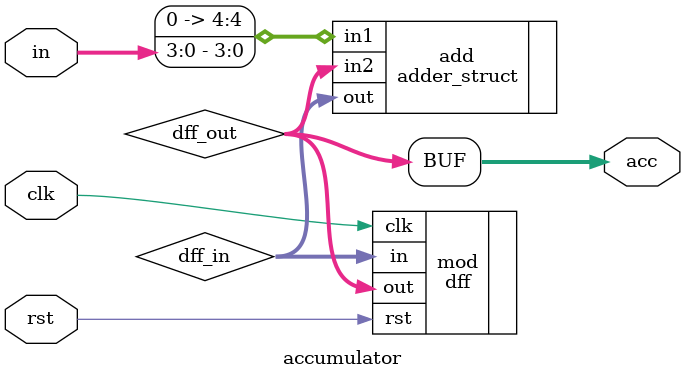
<source format=v>
`timescale 1ns / 1ps
module accumulator(input [3:0] in, input clk,input rst, output[4:0] acc);
wire[4:0] dff_in;
wire[4:0] dff_out;
adder_struct add(.in1({1'd0,in}),.in2(dff_out),.out(dff_in));
dff mod(.clk(clk),.rst(rst),.in(dff_in),.out(dff_out));
assign acc=dff_out;
endmodule


</source>
